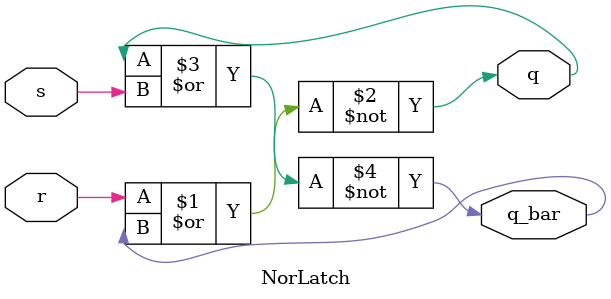
<source format=v>
`timescale 1ns / 1ps
module NorLatch(s,r,q,q_bar
    );
	 input s,r;
	 output q,q_bar;
	 nor(q,r,q_bar);
	 nor(q_bar,q,s);


endmodule

</source>
